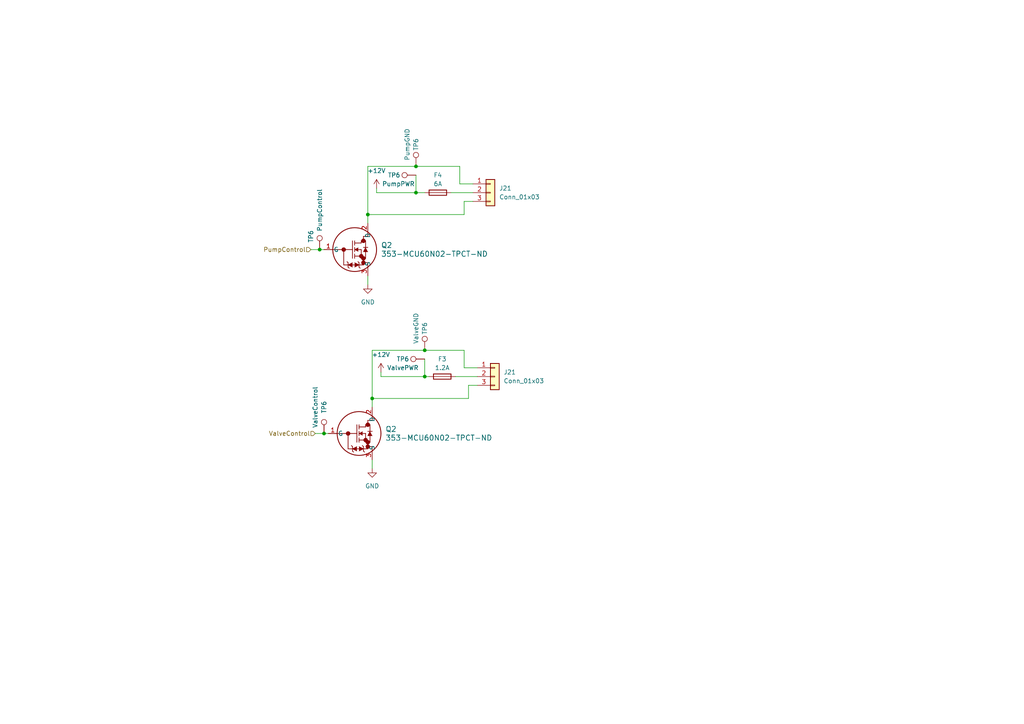
<source format=kicad_sch>
(kicad_sch (version 20230121) (generator eeschema)
  (paper "A4")
  (lib_symbols
    (symbol "AO3416_1" (pin_names (offset 0.254))
      (property "Reference" "Q1" (at 16.51 1.27 0))
      (property "Value" "AO3416" (at 16.51 -1.27 0))
      (symbol "AO3416_1_0_1"
        (polyline (pts (xy 2.54 0) (xy 8.255 0)) (stroke (width 0.2032)))
        (polyline (pts (xy 5.715 -4.445) (xy 5.715 0)) (stroke (width 0.2032)))
        (polyline (pts (xy 5.715 -4.445) (xy 6.985 -4.445)) (stroke (width 0.2032)))
        (polyline (pts (xy 6.985 -5.08) (xy 6.985 -3.81)) (stroke (width 0.2032)))
        (polyline (pts (xy 6.985 -5.08) (xy 7.3025 -5.3975)) (stroke (width 0.2032)))
        (polyline (pts (xy 6.985 -3.81) (xy 6.6675 -3.4925)) (stroke (width 0.2032)))
        (polyline (pts (xy 8.255 -2.54) (xy 8.255 2.54)) (stroke (width 0.2032)))
        (polyline (pts (xy 8.89 -4.445) (xy 8.255 -4.445)) (stroke (width 0.2032)))
        (polyline (pts (xy 8.89 -2.54) (xy 8.89 -1.27)) (stroke (width 0.2032)))
        (polyline (pts (xy 8.89 -1.905) (xy 10.795 -1.905)) (stroke (width 0.2032)))
        (polyline (pts (xy 8.89 -0.635) (xy 8.89 0.635)) (stroke (width 0.2032)))
        (polyline (pts (xy 8.89 1.27) (xy 8.89 2.54)) (stroke (width 0.2032)))
        (polyline (pts (xy 8.89 1.905) (xy 10.795 1.905)) (stroke (width 0.2032)))
        (polyline (pts (xy 9.906 0) (xy 10.795 0)) (stroke (width 0.2032)))
        (polyline (pts (xy 10.16 -5.08) (xy 10.4775 -5.3975)) (stroke (width 0.2032)))
        (polyline (pts (xy 10.16 -3.81) (xy 9.8425 -3.4925)) (stroke (width 0.2032)))
        (polyline (pts (xy 10.16 -3.81) (xy 10.16 -5.08)) (stroke (width 0.2032)))
        (polyline (pts (xy 10.795 -2.54) (xy 10.795 0)) (stroke (width 0.2032)))
        (polyline (pts (xy 10.795 -2.54) (xy 12.065 -2.54)) (stroke (width 0.2032)))
        (polyline (pts (xy 10.795 1.905) (xy 10.795 2.54)) (stroke (width 0.2032)))
        (polyline (pts (xy 10.795 2.54) (xy 12.065 2.54)) (stroke (width 0.2032)))
        (polyline (pts (xy 11.43 -4.445) (xy 10.16 -4.445)) (stroke (width 0.2032)))
        (polyline (pts (xy 11.43 -2.54) (xy 11.43 -4.445)) (stroke (width 0.2032)))
        (polyline (pts (xy 11.43 3.81) (xy 11.43 2.54)) (stroke (width 0.2032)))
        (polyline (pts (xy 11.43 3.81) (xy 12.7 3.81)) (stroke (width 0.2032)))
        (polyline (pts (xy 12.065 -2.54) (xy 12.065 -0.635)) (stroke (width 0.2032)))
        (polyline (pts (xy 12.065 0.635) (xy 12.065 2.54)) (stroke (width 0.2032)))
        (polyline (pts (xy 12.7 -5.08) (xy 12.7 -3.81)) (stroke (width 0.2032)))
        (polyline (pts (xy 12.7 -3.81) (xy 11.4554 -3.81)) (stroke (width 0.2032)))
        (polyline (pts (xy 12.7 0.635) (xy 11.43 0.635)) (stroke (width 0.2032)))
        (polyline (pts (xy 12.7 3.81) (xy 12.7 5.08)) (stroke (width 0.2032)))
        (polyline (pts (xy 8.255 -3.81) (xy 6.985 -4.445) (xy 8.255 -5.08)) (fill (type outline)))
        (polyline (pts (xy 8.89 -5.08) (xy 10.16 -4.445) (xy 8.89 -3.81)) (fill (type outline)))
        (polyline (pts (xy 9.906 0.508) (xy 8.89 0) (xy 9.906 -0.508)) (fill (type outline)))
        (polyline (pts (xy 12.7 -0.635) (xy 11.43 -0.635) (xy 12.065 0.635)) (fill (type outline)))
        (circle (center 5.715 0) (radius 0.127) (stroke (width 0.508)))
        (circle (center 8.89 0) (radius 6.35) (stroke (width 0.254)))
        (circle (center 10.795 -1.905) (radius 0.127) (stroke (width 0.508)))
        (circle (center 11.43 -3.81) (radius 0.127) (stroke (width 0.508)))
        (circle (center 11.43 -2.54) (radius 0.127) (stroke (width 0.508)))
        (circle (center 11.43 2.54) (radius 0.127) (stroke (width 0.508)))
      )
      (symbol "AO3416_1_1_1"
        (pin passive line (at 0 0 0) (length 2.54) (name "G") (number "1"))
        (pin passive line (at 12.7 7.62 270) (length 2.54) (name "D") (number "2"))
        (pin passive line (at 12.7 -7.62 90) (length 2.54) (name "S") (number "3"))
      )
    )
    (symbol "Connector:TestPoint" (pin_numbers hide) (pin_names (offset 0.762) hide)
      (property "Reference" "TP" (at 0 6.858 0))
      (property "Value" "TestPoint" (at 0 5.08 0))
      (symbol "TestPoint_0_1"
        (circle (center 0 3.302) (radius 0.762))
      )
      (symbol "TestPoint_1_1"
        (pin passive line (at 0 0 90) (length 2.54) (name "1") (number "1"))
      )
    )
    (symbol "Connector_Generic:Conn_01x03" (pin_names (offset 1.016) hide)
      (property "Reference" "J" (at 0 5.08 0))
      (property "Value" "Conn_01x03" (at 0 -5.08 0))
      (symbol "Conn_01x03_1_1"
        (rectangle (start -1.27 -2.413) (end 0 -2.667) (stroke (width 0.1524)))
        (rectangle (start -1.27 0.127) (end 0 -0.127) (stroke (width 0.1524)))
        (rectangle (start -1.27 2.667) (end 0 2.413) (stroke (width 0.1524)))
        (rectangle (start -1.27 3.81) (end 1.27 -3.81) (stroke (width 0.254)) (fill (type background)))
        (pin passive line (at -5.08 2.54 0) (length 3.81) (name "Pin_1") (number "1"))
        (pin passive line (at -5.08 0 0) (length 3.81) (name "Pin_2") (number "2"))
        (pin passive line (at -5.08 -2.54 0) (length 3.81) (name "Pin_3") (number "3"))
      )
    )
    (symbol "Device:Fuse" (pin_numbers hide) (pin_names (offset 0))
      (property "Reference" "F" (at 2.032 0 90))
      (property "Value" "Fuse" (at -1.905 0 90))
      (symbol "Fuse_0_1"
        (rectangle (start -0.762 -2.54) (end 0.762 2.54) (stroke (width 0.254)))
        (polyline (pts (xy 0 2.54) (xy 0 -2.54)))
      )
      (symbol "Fuse_1_1"
        (pin passive line (at 0 3.81 270) (length 1.27) (name "~") (number "1"))
        (pin passive line (at 0 -3.81 90) (length 1.27) (name "~") (number "2"))
      )
    )
    (symbol "power:+12V" (power) (pin_names (offset 0))
      (property "Value" "+12V" (at 0 3.556 0))
      (symbol "+12V_0_1"
        (polyline (pts (xy -0.762 1.27) (xy 0 2.54)))
        (polyline (pts (xy 0 0) (xy 0 2.54)))
        (polyline (pts (xy 0 2.54) (xy 0.762 1.27)))
      )
      (symbol "+12V_1_1"
        (pin power_in line (at 0 0 90) (length 0) hide (name "+12V") (number "1"))
      )
    )
    (symbol "power:GND" (power) (pin_names (offset 0))
      (property "Value" "GND" (at 0 -3.81 0))
      (symbol "GND_0_1"
        (polyline (pts (xy 0 0) (xy 0 -1.27) (xy 1.27 -1.27) (xy 0 -2.54) (xy -1.27 -1.27) (xy 0 -1.27)))
      )
      (symbol "GND_1_1"
        (pin power_in line (at 0 0 270) (length 0) hide (name "GND") (number "1"))
      )
    )
  )
  (junction (at 92.71 72.39))
  (junction (at 123.19 109.22))
  (junction (at 106.68 62.23))
  (junction (at 120.65 48.26))
  (junction (at 123.19 101.6))
  (junction (at 93.98 125.73))
  (junction (at 120.65 55.88))
  (junction (at 107.95 115.57))
  (wire (pts (xy 123.19 109.22) (xy 124.46 109.22)))
  (wire (pts (xy 107.95 115.57) (xy 107.95 118.11)))
  (wire (pts (xy 123.19 101.6) (xy 107.95 101.6)))
  (wire (pts (xy 137.16 53.34) (xy 133.35 53.34)))
  (wire (pts (xy 90.17 72.39) (xy 92.71 72.39)))
  (wire (pts (xy 109.22 55.88) (xy 109.22 54.61)))
  (wire (pts (xy 107.95 101.6) (xy 107.95 115.57)))
  (wire (pts (xy 106.68 62.23) (xy 134.62 62.23)))
  (wire (pts (xy 135.89 111.76) (xy 138.43 111.76)))
  (wire (pts (xy 134.62 62.23) (xy 134.62 58.42)))
  (wire (pts (xy 107.95 115.57) (xy 135.89 115.57)))
  (wire (pts (xy 110.49 109.22) (xy 123.19 109.22)))
  (wire (pts (xy 120.65 55.88) (xy 123.19 55.88)))
  (wire (pts (xy 106.68 62.23) (xy 106.68 64.77)))
  (wire (pts (xy 132.08 109.22) (xy 138.43 109.22)))
  (wire (pts (xy 110.49 107.95) (xy 110.49 109.22)))
  (wire (pts (xy 133.35 53.34) (xy 133.35 48.26)))
  (wire (pts (xy 93.98 125.73) (xy 95.25 125.73)))
  (wire (pts (xy 92.71 72.39) (xy 93.98 72.39)))
  (wire (pts (xy 106.68 48.26) (xy 106.68 62.23)))
  (wire (pts (xy 123.19 104.14) (xy 123.19 109.22)))
  (wire (pts (xy 120.65 48.26) (xy 106.68 48.26)))
  (wire (pts (xy 130.81 55.88) (xy 137.16 55.88)))
  (wire (pts (xy 120.65 50.8) (xy 120.65 55.88)))
  (wire (pts (xy 138.43 106.68) (xy 134.62 106.68)))
  (wire (pts (xy 107.95 133.35) (xy 107.95 135.89)))
  (wire (pts (xy 135.89 115.57) (xy 135.89 111.76)))
  (wire (pts (xy 133.35 48.26) (xy 120.65 48.26)))
  (wire (pts (xy 109.22 55.88) (xy 120.65 55.88)))
  (wire (pts (xy 106.68 80.01) (xy 106.68 82.55)))
  (wire (pts (xy 134.62 58.42) (xy 137.16 58.42)))
  (wire (pts (xy 134.62 101.6) (xy 123.19 101.6)))
  (wire (pts (xy 91.44 125.73) (xy 93.98 125.73)))
  (wire (pts (xy 134.62 106.68) (xy 134.62 101.6)))
  (hierarchical_label "ValveControl" (shape input) (at 91.44 125.73 180))
  (hierarchical_label "PumpControl" (shape input) (at 90.17 72.39 180))
  (symbol (lib_id "Connector:TestPoint") (at 93.98 125.73 0) (unit 1)
    (property "Reference" "TP6" (at 93.98 118.11 90))
    (property "Value" "ValveControl" (at 91.44 118.11 90))
    (property "Footprint" "TestPoint:TestPoint_THTPad_D1.0mm_Drill0.5mm" (effects hide))
    (property "Note" "GND" (effects hide))
    (property "DNP" "DNP" (effects hide))
    (instances (project "WaterBlaster" (path "" (reference "TP6") (unit 1))) (project "CANalyzer_v4.0" (path "" (reference "TP15") (unit 1))) (project "WaterBlasterV2" (path "" (reference "TP4") (unit 1))) (project "CANalyzer_v3.0" (path "" (reference "TP16") (unit 1))))
  )
  (symbol (lib_id "power:+12V") (at 110.49 107.95 0) (unit 1)
    (property "Reference" "#PWR044" (effects hide))
    (property "Value" "+12V" (at 110.49 102.87 0))
  )
  (symbol (lib_id "Connector_Generic:Conn_01x03") (at 143.51 109.22 0) (unit 1)
    (property "Reference" "J21" (at 146.05 107.95 0) (effects (justify left)))
    (property "Value" "Conn_01x03" (at 146.05 110.49 0) (effects (justify left)))
    (property "Footprint" "Connector_Molex:Molex_Micro-Fit_3.0_43650-0300_1x03_P3.00mm_Horizontal" (effects hide))
    (instances (project "WaterBlaster" (path "" (reference "J21") (unit 1))) (project "WaterBlasterV2" (path "" (reference "J14") (unit 1))))
  )
  (symbol (lib_id "Connector:TestPoint") (at 123.19 104.14 90) (unit 1)
    (property "Reference" "TP6" (at 116.84 104.14 90))
    (property "Value" "ValvePWR" (at 116.84 106.68 90))
    (property "Footprint" "TestPoint:TestPoint_THTPad_D1.0mm_Drill0.5mm" (effects hide))
    (property "Note" "GND" (effects hide))
    (property "DNP" "DNP" (effects hide))
    (instances (project "WaterBlaster" (path "" (reference "TP6") (unit 1))) (project "CANalyzer_v4.0" (path "" (reference "TP15") (unit 1))) (project "WaterBlasterV2" (path "" (reference "TP8") (unit 1))) (project "CANalyzer_v3.0" (path "" (reference "TP16") (unit 1))))
  )
  (symbol (lib_id "power:GND") (at 106.68 82.55 0) (unit 1)
    (property "Reference" "#PWR021" (effects hide))
    (property "Value" "GND" (at 106.68 87.63 0))
    (instances (project "WaterBlaster" (path "" (reference "#PWR021") (unit 1))) (project "WaterBlasterV2" (path "" (reference "#PWR039") (unit 1))))
  )
  (symbol (lib_name "AO3416_1") (lib_id "WaterBlaster:AO3416") (at 93.98 72.39 0) (unit 1)
    (property "Reference" "Q2" (at 110.49 71.12 0) (effects (font (size 1.524 1.524)) (justify left)))
    (property "Value" "353-MCU60N02-TPCT-ND" (at 110.49 73.66 0) (effects (font (size 1.524 1.524)) (justify left)))
    (property "Footprint" "Package_TO_SOT_SMD:TO-252-2" (effects hide))
    (property "Datasheet" "AO3416" (effects hide))
    (instances (project "WaterBlaster" (path "" (reference "Q2") (unit 1))) (project "WaterBlasterV2" (path "" (reference "Q1") (unit 1))))
  )
  (symbol (lib_id "Connector:TestPoint") (at 120.65 50.8 90) (unit 1)
    (property "Reference" "TP6" (at 114.3 50.8 90))
    (property "Value" "PumpPWR" (at 115.57 53.34 90))
    (property "Footprint" "TestPoint:TestPoint_THTPad_D1.0mm_Drill0.5mm" (effects hide))
    (property "Note" "GND" (effects hide))
    (property "DNP" "DNP" (effects hide))
    (instances (project "WaterBlaster" (path "" (reference "TP6") (unit 1))) (project "CANalyzer_v4.0" (path "" (reference "TP15") (unit 1))) (project "WaterBlasterV2" (path "" (reference "TP7") (unit 1))) (project "CANalyzer_v3.0" (path "" (reference "TP16") (unit 1))))
  )
  (symbol (lib_id "Device:Fuse") (at 127 55.88 90) (unit 1)
    (property "Reference" "F4" (at 127 50.8 90))
    (property "Value" "6A" (at 127 53.34 90))
    (property "Footprint" "Fuse:Fuse_1206_3216Metric_Pad1.42x1.75mm_HandSolder" (effects hide))
    (instances (project "WaterBlaster" (path "" (reference "F4") (unit 1))) (project "WaterBlasterV2" (path "" (reference "F3") (unit 1))))
  )
  (symbol (lib_id "power:+12V") (at 109.22 54.61 0) (unit 1)
    (property "Reference" "#PWR045" (effects hide))
    (property "Value" "+12V" (at 109.22 49.53 0))
  )
  (symbol (lib_id "Device:Fuse") (at 128.27 109.22 90) (unit 1)
    (property "Reference" "F3" (at 128.27 104.14 90))
    (property "Value" "1.2A" (at 128.27 106.68 90))
    (property "Footprint" "Fuse:Fuse_0603_1608Metric" (effects hide))
    (instances (project "WaterBlaster" (path "" (reference "F3") (unit 1))) (project "WaterBlasterV2" (path "" (reference "F2") (unit 1))))
  )
  (symbol (lib_id "Connector_Generic:Conn_01x03") (at 142.24 55.88 0) (unit 1)
    (property "Reference" "J21" (at 144.78 54.61 0) (effects (justify left)))
    (property "Value" "Conn_01x03" (at 144.78 57.15 0) (effects (justify left)))
    (property "Footprint" "Connector_Molex:Molex_Micro-Fit_3.0_43650-0300_1x03_P3.00mm_Horizontal" (effects hide))
    (instances (project "WaterBlaster" (path "" (reference "J21") (unit 1))) (project "WaterBlasterV2" (path "" (reference "J13") (unit 1))))
  )
  (symbol (lib_id "Connector:TestPoint") (at 120.65 48.26 0) (unit 1)
    (property "Reference" "TP6" (at 120.65 41.91 90))
    (property "Value" "PumpGND" (at 118.11 41.91 90))
    (property "Footprint" "TestPoint:TestPoint_THTPad_D1.0mm_Drill0.5mm" (effects hide))
    (property "Note" "GND" (effects hide))
    (property "DNP" "DNP" (effects hide))
    (instances (project "WaterBlaster" (path "" (reference "TP6") (unit 1))) (project "CANalyzer_v4.0" (path "" (reference "TP15") (unit 1))) (project "WaterBlasterV2" (path "" (reference "TP6") (unit 1))) (project "CANalyzer_v3.0" (path "" (reference "TP16") (unit 1))))
  )
  (symbol (lib_id "Connector:TestPoint") (at 92.71 72.39 0) (unit 1)
    (property "Reference" "TP6" (at 90.17 68.58 90))
    (property "Value" "PumpControl" (at 92.71 60.96 90))
    (property "Footprint" "TestPoint:TestPoint_THTPad_D1.0mm_Drill0.5mm" (effects hide))
    (property "Note" "GND" (effects hide))
    (property "DNP" "DNP" (effects hide))
    (instances (project "WaterBlaster" (path "" (reference "TP6") (unit 1))) (project "CANalyzer_v4.0" (path "" (reference "TP15") (unit 1))) (project "WaterBlasterV2" (path "" (reference "TP5") (unit 1))) (project "CANalyzer_v3.0" (path "" (reference "TP16") (unit 1))))
  )
  (symbol (lib_id "Connector:TestPoint") (at 123.19 101.6 0) (unit 1)
    (property "Reference" "TP6" (at 123.19 95.25 90))
    (property "Value" "ValveGND" (at 120.65 95.25 90))
    (property "Footprint" "TestPoint:TestPoint_THTPad_D1.0mm_Drill0.5mm" (effects hide))
    (property "Note" "GND" (effects hide))
    (property "DNP" "DNP" (effects hide))
    (instances (project "WaterBlaster" (path "" (reference "TP6") (unit 1))) (project "CANalyzer_v4.0" (path "" (reference "TP15") (unit 1))) (project "WaterBlasterV2" (path "" (reference "TP9") (unit 1))) (project "CANalyzer_v3.0" (path "" (reference "TP16") (unit 1))))
  )
  (symbol (lib_id "power:GND") (at 107.95 135.89 0) (unit 1)
    (property "Reference" "#PWR021" (effects hide))
    (property "Value" "GND" (at 107.95 140.97 0))
    (instances (project "WaterBlaster" (path "" (reference "#PWR021") (unit 1))) (project "WaterBlasterV2" (path "" (reference "#PWR040") (unit 1))))
  )
  (symbol (lib_name "AO3416_1") (lib_id "WaterBlaster:AO3416") (at 95.25 125.73 0) (unit 1)
    (property "Reference" "Q2" (at 111.76 124.46 0) (effects (font (size 1.524 1.524)) (justify left)))
    (property "Value" "353-MCU60N02-TPCT-ND" (at 111.76 127 0) (effects (font (size 1.524 1.524)) (justify left)))
    (property "Footprint" "Package_TO_SOT_SMD:TO-252-2" (effects hide))
    (property "Datasheet" "https://www.mouser.com/datasheet/2/258/MCU60N02_DPAK_-3365639.pdf" (effects hide))
  )
)
</source>
